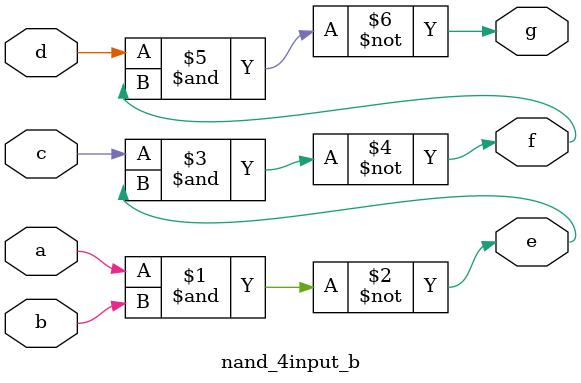
<source format=v>
`timescale 1ns / 1ps

module nand_4input_b(
    input a, b, c, d,
    output e, f, g
    );
    assign e = ~(a & b);
    assign f = ~(c & e);
    assign g = ~(d & f);
endmodule
</source>
